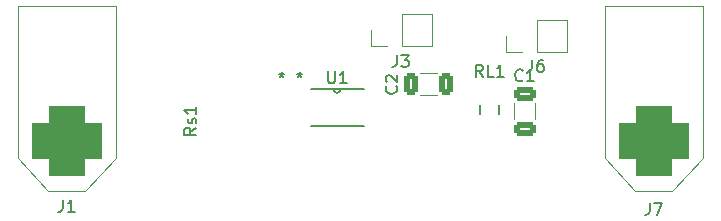
<source format=gto>
%TF.GenerationSoftware,KiCad,Pcbnew,7.0.2*%
%TF.CreationDate,2023-08-29T13:45:51-07:00*%
%TF.ProjectId,Current Sense Standalone,43757272-656e-4742-9053-656e73652053,rev?*%
%TF.SameCoordinates,Original*%
%TF.FileFunction,Legend,Top*%
%TF.FilePolarity,Positive*%
%FSLAX46Y46*%
G04 Gerber Fmt 4.6, Leading zero omitted, Abs format (unit mm)*
G04 Created by KiCad (PCBNEW 7.0.2) date 2023-08-29 13:45:51*
%MOMM*%
%LPD*%
G01*
G04 APERTURE LIST*
G04 Aperture macros list*
%AMRoundRect*
0 Rectangle with rounded corners*
0 $1 Rounding radius*
0 $2 $3 $4 $5 $6 $7 $8 $9 X,Y pos of 4 corners*
0 Add a 4 corners polygon primitive as box body*
4,1,4,$2,$3,$4,$5,$6,$7,$8,$9,$2,$3,0*
0 Add four circle primitives for the rounded corners*
1,1,$1+$1,$2,$3*
1,1,$1+$1,$4,$5*
1,1,$1+$1,$6,$7*
1,1,$1+$1,$8,$9*
0 Add four rect primitives between the rounded corners*
20,1,$1+$1,$2,$3,$4,$5,0*
20,1,$1+$1,$4,$5,$6,$7,0*
20,1,$1+$1,$6,$7,$8,$9,0*
20,1,$1+$1,$8,$9,$2,$3,0*%
G04 Aperture macros list end*
%ADD10C,0.150000*%
%ADD11C,0.120000*%
%ADD12C,0.127000*%
%ADD13C,0.152400*%
%ADD14RoundRect,1.500000X1.500000X-1.500000X1.500000X1.500000X-1.500000X1.500000X-1.500000X-1.500000X0*%
%ADD15C,6.000000*%
%ADD16RoundRect,0.250000X-0.325000X-0.650000X0.325000X-0.650000X0.325000X0.650000X-0.325000X0.650000X0*%
%ADD17R,1.800000X1.600000*%
%ADD18R,7.800000X4.000000*%
%ADD19RoundRect,0.250000X-0.650000X0.325000X-0.650000X-0.325000X0.650000X-0.325000X0.650000X0.325000X0*%
%ADD20R,1.700000X1.700000*%
%ADD21O,1.700000X1.700000*%
%ADD22R,1.473200X0.355600*%
G04 APERTURE END LIST*
D10*
X68006551Y-34453581D02*
X68006551Y-35167866D01*
X68006551Y-35167866D02*
X67958932Y-35310723D01*
X67958932Y-35310723D02*
X67863694Y-35405962D01*
X67863694Y-35405962D02*
X67720837Y-35453581D01*
X67720837Y-35453581D02*
X67625599Y-35453581D01*
X68387504Y-34453581D02*
X69054170Y-34453581D01*
X69054170Y-34453581D02*
X68625599Y-35453581D01*
X46531252Y-24566879D02*
X46578872Y-24614498D01*
X46578872Y-24614498D02*
X46626491Y-24757355D01*
X46626491Y-24757355D02*
X46626491Y-24852593D01*
X46626491Y-24852593D02*
X46578872Y-24995450D01*
X46578872Y-24995450D02*
X46483633Y-25090688D01*
X46483633Y-25090688D02*
X46388395Y-25138307D01*
X46388395Y-25138307D02*
X46197919Y-25185926D01*
X46197919Y-25185926D02*
X46055062Y-25185926D01*
X46055062Y-25185926D02*
X45864586Y-25138307D01*
X45864586Y-25138307D02*
X45769348Y-25090688D01*
X45769348Y-25090688D02*
X45674110Y-24995450D01*
X45674110Y-24995450D02*
X45626491Y-24852593D01*
X45626491Y-24852593D02*
X45626491Y-24757355D01*
X45626491Y-24757355D02*
X45674110Y-24614498D01*
X45674110Y-24614498D02*
X45721729Y-24566879D01*
X45721729Y-24185926D02*
X45674110Y-24138307D01*
X45674110Y-24138307D02*
X45626491Y-24043069D01*
X45626491Y-24043069D02*
X45626491Y-23804974D01*
X45626491Y-23804974D02*
X45674110Y-23709736D01*
X45674110Y-23709736D02*
X45721729Y-23662117D01*
X45721729Y-23662117D02*
X45816967Y-23614498D01*
X45816967Y-23614498D02*
X45912205Y-23614498D01*
X45912205Y-23614498D02*
X46055062Y-23662117D01*
X46055062Y-23662117D02*
X46626491Y-24233545D01*
X46626491Y-24233545D02*
X46626491Y-23614498D01*
X53883731Y-23741796D02*
X53550398Y-23265605D01*
X53312303Y-23741796D02*
X53312303Y-22741796D01*
X53312303Y-22741796D02*
X53693255Y-22741796D01*
X53693255Y-22741796D02*
X53788493Y-22789415D01*
X53788493Y-22789415D02*
X53836112Y-22837034D01*
X53836112Y-22837034D02*
X53883731Y-22932272D01*
X53883731Y-22932272D02*
X53883731Y-23075129D01*
X53883731Y-23075129D02*
X53836112Y-23170367D01*
X53836112Y-23170367D02*
X53788493Y-23217986D01*
X53788493Y-23217986D02*
X53693255Y-23265605D01*
X53693255Y-23265605D02*
X53312303Y-23265605D01*
X54788493Y-23741796D02*
X54312303Y-23741796D01*
X54312303Y-23741796D02*
X54312303Y-22741796D01*
X55645636Y-23741796D02*
X55074208Y-23741796D01*
X55359922Y-23741796D02*
X55359922Y-22741796D01*
X55359922Y-22741796D02*
X55264684Y-22884653D01*
X55264684Y-22884653D02*
X55169446Y-22979891D01*
X55169446Y-22979891D02*
X55074208Y-23027510D01*
X29591892Y-28089439D02*
X29115701Y-28422772D01*
X29591892Y-28660867D02*
X28591892Y-28660867D01*
X28591892Y-28660867D02*
X28591892Y-28279915D01*
X28591892Y-28279915D02*
X28639511Y-28184677D01*
X28639511Y-28184677D02*
X28687130Y-28137058D01*
X28687130Y-28137058D02*
X28782368Y-28089439D01*
X28782368Y-28089439D02*
X28925225Y-28089439D01*
X28925225Y-28089439D02*
X29020463Y-28137058D01*
X29020463Y-28137058D02*
X29068082Y-28184677D01*
X29068082Y-28184677D02*
X29115701Y-28279915D01*
X29115701Y-28279915D02*
X29115701Y-28660867D01*
X29544273Y-27708486D02*
X29591892Y-27613248D01*
X29591892Y-27613248D02*
X29591892Y-27422772D01*
X29591892Y-27422772D02*
X29544273Y-27327534D01*
X29544273Y-27327534D02*
X29449034Y-27279915D01*
X29449034Y-27279915D02*
X29401415Y-27279915D01*
X29401415Y-27279915D02*
X29306177Y-27327534D01*
X29306177Y-27327534D02*
X29258558Y-27422772D01*
X29258558Y-27422772D02*
X29258558Y-27565629D01*
X29258558Y-27565629D02*
X29210939Y-27660867D01*
X29210939Y-27660867D02*
X29115701Y-27708486D01*
X29115701Y-27708486D02*
X29068082Y-27708486D01*
X29068082Y-27708486D02*
X28972844Y-27660867D01*
X28972844Y-27660867D02*
X28925225Y-27565629D01*
X28925225Y-27565629D02*
X28925225Y-27422772D01*
X28925225Y-27422772D02*
X28972844Y-27327534D01*
X29591892Y-26327534D02*
X29591892Y-26898962D01*
X29591892Y-26613248D02*
X28591892Y-26613248D01*
X28591892Y-26613248D02*
X28734749Y-26708486D01*
X28734749Y-26708486D02*
X28829987Y-26803724D01*
X28829987Y-26803724D02*
X28877606Y-26898962D01*
X57232635Y-24045485D02*
X57185016Y-24093105D01*
X57185016Y-24093105D02*
X57042159Y-24140724D01*
X57042159Y-24140724D02*
X56946921Y-24140724D01*
X56946921Y-24140724D02*
X56804064Y-24093105D01*
X56804064Y-24093105D02*
X56708826Y-23997866D01*
X56708826Y-23997866D02*
X56661207Y-23902628D01*
X56661207Y-23902628D02*
X56613588Y-23712152D01*
X56613588Y-23712152D02*
X56613588Y-23569295D01*
X56613588Y-23569295D02*
X56661207Y-23378819D01*
X56661207Y-23378819D02*
X56708826Y-23283581D01*
X56708826Y-23283581D02*
X56804064Y-23188343D01*
X56804064Y-23188343D02*
X56946921Y-23140724D01*
X56946921Y-23140724D02*
X57042159Y-23140724D01*
X57042159Y-23140724D02*
X57185016Y-23188343D01*
X57185016Y-23188343D02*
X57232635Y-23235962D01*
X58185016Y-24140724D02*
X57613588Y-24140724D01*
X57899302Y-24140724D02*
X57899302Y-23140724D01*
X57899302Y-23140724D02*
X57804064Y-23283581D01*
X57804064Y-23283581D02*
X57708826Y-23378819D01*
X57708826Y-23378819D02*
X57613588Y-23426438D01*
X46577819Y-21938557D02*
X46577819Y-22652842D01*
X46577819Y-22652842D02*
X46530200Y-22795699D01*
X46530200Y-22795699D02*
X46434962Y-22890938D01*
X46434962Y-22890938D02*
X46292105Y-22938557D01*
X46292105Y-22938557D02*
X46196867Y-22938557D01*
X46958772Y-21938557D02*
X47577819Y-21938557D01*
X47577819Y-21938557D02*
X47244486Y-22319509D01*
X47244486Y-22319509D02*
X47387343Y-22319509D01*
X47387343Y-22319509D02*
X47482581Y-22367128D01*
X47482581Y-22367128D02*
X47530200Y-22414747D01*
X47530200Y-22414747D02*
X47577819Y-22509985D01*
X47577819Y-22509985D02*
X47577819Y-22748080D01*
X47577819Y-22748080D02*
X47530200Y-22843318D01*
X47530200Y-22843318D02*
X47482581Y-22890938D01*
X47482581Y-22890938D02*
X47387343Y-22938557D01*
X47387343Y-22938557D02*
X47101629Y-22938557D01*
X47101629Y-22938557D02*
X47006391Y-22890938D01*
X47006391Y-22890938D02*
X46958772Y-22843318D01*
X40767095Y-23297618D02*
X40767095Y-24107141D01*
X40767095Y-24107141D02*
X40814714Y-24202379D01*
X40814714Y-24202379D02*
X40862333Y-24249999D01*
X40862333Y-24249999D02*
X40957571Y-24297618D01*
X40957571Y-24297618D02*
X41148047Y-24297618D01*
X41148047Y-24297618D02*
X41243285Y-24249999D01*
X41243285Y-24249999D02*
X41290904Y-24202379D01*
X41290904Y-24202379D02*
X41338523Y-24107141D01*
X41338523Y-24107141D02*
X41338523Y-23297618D01*
X42338523Y-24297618D02*
X41767095Y-24297618D01*
X42052809Y-24297618D02*
X42052809Y-23297618D01*
X42052809Y-23297618D02*
X41957571Y-23440475D01*
X41957571Y-23440475D02*
X41862333Y-23535713D01*
X41862333Y-23535713D02*
X41767095Y-23583332D01*
X36830000Y-23364018D02*
X36830000Y-23602113D01*
X36591905Y-23506875D02*
X36830000Y-23602113D01*
X36830000Y-23602113D02*
X37068095Y-23506875D01*
X36687143Y-23792589D02*
X36830000Y-23602113D01*
X36830000Y-23602113D02*
X36972857Y-23792589D01*
X38354000Y-23364018D02*
X38354000Y-23602113D01*
X38115905Y-23506875D02*
X38354000Y-23602113D01*
X38354000Y-23602113D02*
X38592095Y-23506875D01*
X38211143Y-23792589D02*
X38354000Y-23602113D01*
X38354000Y-23602113D02*
X38496857Y-23792589D01*
X18317602Y-34172619D02*
X18317602Y-34886904D01*
X18317602Y-34886904D02*
X18269983Y-35029761D01*
X18269983Y-35029761D02*
X18174745Y-35125000D01*
X18174745Y-35125000D02*
X18031888Y-35172619D01*
X18031888Y-35172619D02*
X17936650Y-35172619D01*
X19317602Y-35172619D02*
X18746174Y-35172619D01*
X19031888Y-35172619D02*
X19031888Y-34172619D01*
X19031888Y-34172619D02*
X18936650Y-34315476D01*
X18936650Y-34315476D02*
X18841412Y-34410714D01*
X18841412Y-34410714D02*
X18746174Y-34458333D01*
X58026435Y-22343331D02*
X58026435Y-23057616D01*
X58026435Y-23057616D02*
X57978816Y-23200473D01*
X57978816Y-23200473D02*
X57883578Y-23295712D01*
X57883578Y-23295712D02*
X57740721Y-23343331D01*
X57740721Y-23343331D02*
X57645483Y-23343331D01*
X58931197Y-22343331D02*
X58740721Y-22343331D01*
X58740721Y-22343331D02*
X58645483Y-22390950D01*
X58645483Y-22390950D02*
X58597864Y-22438569D01*
X58597864Y-22438569D02*
X58502626Y-22581426D01*
X58502626Y-22581426D02*
X58455007Y-22771902D01*
X58455007Y-22771902D02*
X58455007Y-23152854D01*
X58455007Y-23152854D02*
X58502626Y-23248092D01*
X58502626Y-23248092D02*
X58550245Y-23295712D01*
X58550245Y-23295712D02*
X58645483Y-23343331D01*
X58645483Y-23343331D02*
X58835959Y-23343331D01*
X58835959Y-23343331D02*
X58931197Y-23295712D01*
X58931197Y-23295712D02*
X58978816Y-23248092D01*
X58978816Y-23248092D02*
X59026435Y-23152854D01*
X59026435Y-23152854D02*
X59026435Y-22914759D01*
X59026435Y-22914759D02*
X58978816Y-22819521D01*
X58978816Y-22819521D02*
X58931197Y-22771902D01*
X58931197Y-22771902D02*
X58835959Y-22724283D01*
X58835959Y-22724283D02*
X58645483Y-22724283D01*
X58645483Y-22724283D02*
X58550245Y-22771902D01*
X58550245Y-22771902D02*
X58502626Y-22819521D01*
X58502626Y-22819521D02*
X58455007Y-22914759D01*
D11*
X66744045Y-33460000D02*
X69894045Y-33460000D01*
X69894045Y-33460000D02*
X72494045Y-30610000D01*
X64194045Y-30610000D02*
X66744045Y-33460000D01*
X72494045Y-30610000D02*
X72494045Y-17760000D01*
X64194045Y-17760000D02*
X64194045Y-30610000D01*
X72494045Y-17760000D02*
X64194045Y-17760000D01*
X48564748Y-23474000D02*
X49987252Y-23474000D01*
X48564748Y-25294000D02*
X49987252Y-25294000D01*
D12*
X55253375Y-26140000D02*
X55253375Y-26940000D01*
X53653375Y-26140000D02*
X53653375Y-26940000D01*
D11*
X58314000Y-25958748D02*
X58314000Y-27381252D01*
X56494000Y-25958748D02*
X56494000Y-27381252D01*
X44390000Y-21142000D02*
X44390000Y-19812000D01*
X45720000Y-21142000D02*
X44390000Y-21142000D01*
X46990000Y-21142000D02*
X49590000Y-21142000D01*
X46990000Y-21142000D02*
X46990000Y-18482000D01*
X49590000Y-21142000D02*
X49590000Y-18482000D01*
X46990000Y-18482000D02*
X49590000Y-18482000D01*
D13*
X39281100Y-27924399D02*
X43776900Y-27924399D01*
X43776900Y-24825599D02*
X39281100Y-24825599D01*
X41224200Y-24825599D02*
G75*
G03*
X41833800Y-24825599I304800J0D01*
G01*
D11*
X17050936Y-33460000D02*
X20200936Y-33460000D01*
X20200936Y-33460000D02*
X22800936Y-30610000D01*
X14500936Y-30610000D02*
X17050936Y-33460000D01*
X22800936Y-30610000D02*
X22800936Y-17760000D01*
X14500936Y-17760000D02*
X14500936Y-30610000D01*
X22800936Y-17760000D02*
X14500936Y-17760000D01*
X55820000Y-21650000D02*
X55820000Y-20320000D01*
X57150000Y-21650000D02*
X55820000Y-21650000D01*
X58420000Y-21650000D02*
X61020000Y-21650000D01*
X58420000Y-21650000D02*
X58420000Y-18990000D01*
X61020000Y-21650000D02*
X61020000Y-18990000D01*
X58420000Y-18990000D02*
X61020000Y-18990000D01*
%LPC*%
D14*
X68344045Y-29210000D03*
D15*
X68344045Y-22010000D03*
D16*
X47801000Y-24384000D03*
X50751000Y-24384000D03*
D17*
X54453375Y-25140000D03*
X54453375Y-27940000D03*
D18*
X29629273Y-33018011D03*
X29629273Y-22018011D03*
D19*
X57404000Y-25195000D03*
X57404000Y-28145000D03*
D20*
X45720000Y-19812000D03*
D21*
X48260000Y-19812000D03*
D22*
X38608000Y-25400000D03*
X38608000Y-26049998D03*
X38608000Y-26700000D03*
X38608000Y-27349998D03*
X44450000Y-27349998D03*
X44450000Y-26700000D03*
X44450000Y-26049998D03*
X44450000Y-25400000D03*
D14*
X18650936Y-29210000D03*
D15*
X18650936Y-22010000D03*
D20*
X57150000Y-20320000D03*
D21*
X59690000Y-20320000D03*
%LPD*%
M02*

</source>
